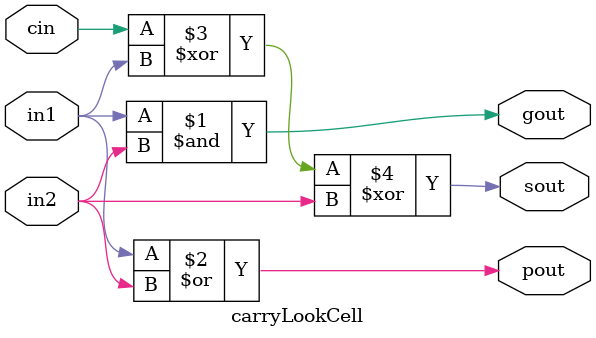
<source format=v>
module alu(data_operandA, data_operandB, ctrl_ALUopcode, ctrl_shiftamt, data_result, isNotEqual, isLessThan, overflow);

   input [31:0] data_operandA, data_operandB;
   input [4:0] ctrl_ALUopcode, ctrl_shiftamt;

   output [31:0] data_result;
   output isNotEqual, isLessThan, overflow;
 
	
   // YOUR CODE HERE //
	wire [31:0] dataBWire, sum, andresult, orresult, sllresult, sraresult;
	//cin for subtract also op00001
	wire cin, op00000, op00010, op00011, op00100, op00101, tempover, subandsame;
	and and0(op00000,~ctrl_ALUopcode[0],~ctrl_ALUopcode[1],~ctrl_ALUopcode[2],~ctrl_ALUopcode[3],~ctrl_ALUopcode[4]); 
	and and1(cin,ctrl_ALUopcode[0],~ctrl_ALUopcode[1],~ctrl_ALUopcode[2],~ctrl_ALUopcode[3],~ctrl_ALUopcode[4]);
	and and2(op00010,~ctrl_ALUopcode[0],ctrl_ALUopcode[1],~ctrl_ALUopcode[2],~ctrl_ALUopcode[3],~ctrl_ALUopcode[4]);
	and and3(op00011,ctrl_ALUopcode[0],ctrl_ALUopcode[1],~ctrl_ALUopcode[2],~ctrl_ALUopcode[3],~ctrl_ALUopcode[4]);
	and and4(op00100,~ctrl_ALUopcode[0],~ctrl_ALUopcode[1],ctrl_ALUopcode[2],~ctrl_ALUopcode[3],~ctrl_ALUopcode[4]);
	and and5(op00101,ctrl_ALUopcode[0],~ctrl_ALUopcode[1],ctrl_ALUopcode[2],~ctrl_ALUopcode[3],~ctrl_ALUopcode[4]);
	assign dataBWire = cin ? ~data_operandB: data_operandB;
	
	partialcarryLookAdder myadder(data_operandA, dataBWire, cin, sum, tempover);
	or or0(isNotEqual, sum[0], sum[1], sum[2], sum[3], sum[4], sum[5], sum[6], sum[7], sum[8], sum[9], sum[10], sum[11], sum[12], sum[13], sum[14], sum[15], sum[16], sum[17], sum[18], sum[19], sum[20], sum[21], sum[22], sum[23], sum[24], sum[25], sum[26], sum[27], sum[28], sum[29], sum[30], sum[31]);
	and and8(subandsame, cin, ~isNotEqual);
	//assign sum = subandsame ? 32'b0 : tempsum;
	
	wire temp, bothpos, bothposnegflag;
   and and9(bothpos, ~data_operandA[31], ~data_operandA[31]);
	and and7(bothposnegflag, bothpos, sum[31]);

	
	//assign isLessThan = sum[31];
	//or or6(isLessThan, sum[31], ~subandsame);
	wire temp111;
	and and112(temp111, overflow, ~sum[31]);
	or or111(isLessThan, sum[31], temp111);
	wire cinnew;
	assign cinnew = subandsame ? 1'b0 : cin;
	
	bitAnd bitwiseAnd(andresult, data_operandA, data_operandB);
	
	bitOr bitwiseOr(orresult, data_operandA, data_operandB);
	
	sll sll1(sllresult, data_operandA, ctrl_shiftamt);
	
	sra sra1(sraresult, data_operandA, ctrl_shiftamt);
	
	wire temptempover;
	or or1(temptempover, bothposnegflag, tempover);
	and and10(overflow, temptempover, 	~subandsame);
	
	assign data_result = subandsame ? 32'b0: (op00000? sum: (cinnew?sum: (op00010? andresult: (op00011? orresult: (op00100? sllresult: (op00101? sraresult: sraresult))))));
endmodule


module sra(out, in, amt);
	input [31:0] in;
	input [4:0] amt;
	output [31:0] out;
	
	wire sigbit;
	assign sigbit = in[31];
	
	//muxcolrow only 31 bits, most significant bit in arithmetic shift is equal
	wire from0[31:0], from1[31:0], from2[31:0], from3[31:0];
	
	//col0
	mux2to1 mux00(from0[0], in[0], in[1], amt[0]);
	mux2to1 mux01(from0[1], in[1], in[2], amt[0]);
	mux2to1 mux02(from0[2], in[2], in[3], amt[0]);
	mux2to1 mux03(from0[3], in[3], in[4], amt[0]);
	mux2to1 mux04(from0[4], in[4], in[5], amt[0]);
	mux2to1 mux05(from0[5], in[5], in[6], amt[0]);
	mux2to1 mux06(from0[6], in[6], in[7], amt[0]);
	mux2to1 mux07(from0[7], in[7], in[8], amt[0]);
	mux2to1 mux08(from0[8], in[8], in[9], amt[0]);
	mux2to1 mux09(from0[9], in[9], in[10], amt[0]);
	mux2to1 mux010(from0[10], in[10], in[11], amt[0]);
	mux2to1 mux011(from0[11], in[11], in[12], amt[0]);
	mux2to1 mux012(from0[12], in[12], in[13], amt[0]);
	mux2to1 mux013(from0[13], in[13], in[14], amt[0]);
	mux2to1 mux014(from0[14], in[14], in[15], amt[0]);
	mux2to1 mux015(from0[15], in[15], in[16], amt[0]);
	mux2to1 mux016(from0[16], in[16], in[17], amt[0]);
	mux2to1 mux017(from0[17], in[17], in[18], amt[0]);
	mux2to1 mux018(from0[18], in[18], in[19], amt[0]);
	mux2to1 mux019(from0[19], in[19], in[20], amt[0]);
	mux2to1 mux020(from0[20], in[20], in[21], amt[0]);
	mux2to1 mux021(from0[21], in[21], in[22], amt[0]);
	mux2to1 mux022(from0[22], in[22], in[23], amt[0]);
	mux2to1 mux023(from0[23], in[23], in[24], amt[0]);
	mux2to1 mux024(from0[24], in[24], in[25], amt[0]);
	mux2to1 mux025(from0[25], in[25], in[26], amt[0]);
	mux2to1 mux026(from0[26], in[26], in[27], amt[0]);
	mux2to1 mux027(from0[27], in[27], in[28], amt[0]);
	mux2to1 mux028(from0[28], in[28], in[29], amt[0]);
	mux2to1 mux029(from0[29], in[29], in[30], amt[0]);
	mux2to1 mux030(from0[30], in[30], in[31], amt[0]);
	mux2to1 mux031(from0[31], in[31], sigbit, amt[0]);
		
	//col1
	mux2to1 mux10(from1[0], from0[0], from0[2], amt[1]);
	mux2to1 mux11(from1[1], from0[1], from0[3], amt[1]);
	mux2to1 mux12(from1[2], from0[2], from0[4], amt[1]);
	mux2to1 mux13(from1[3], from0[3], from0[5], amt[1]);
	mux2to1 mux14(from1[4], from0[4], from0[6], amt[1]);
	mux2to1 mux15(from1[5], from0[5], from0[7], amt[1]);
	mux2to1 mux16(from1[6], from0[6], from0[8], amt[1]);
	mux2to1 mux17(from1[7], from0[7], from0[9], amt[1]);
	mux2to1 mux18(from1[8], from0[8], from0[10], amt[1]);
	mux2to1 mux19(from1[9], from0[9], from0[11], amt[1]);
	mux2to1 mux110(from1[10], from0[10], from0[12], amt[1]);
	mux2to1 mux111(from1[11], from0[11], from0[13], amt[1]);
	mux2to1 mux112(from1[12], from0[12], from0[14], amt[1]);
	mux2to1 mux113(from1[13], from0[13], from0[15], amt[1]);
	mux2to1 mux114(from1[14], from0[14], from0[16], amt[1]);
	mux2to1 mux115(from1[15], from0[15], from0[17], amt[1]);
	mux2to1 mux116(from1[16], from0[16], from0[18], amt[1]);
	mux2to1 mux117(from1[17], from0[17], from0[19], amt[1]);
	mux2to1 mux118(from1[18], from0[18], from0[20], amt[1]);
	mux2to1 mux119(from1[19], from0[19], from0[21], amt[1]);
	mux2to1 mux120(from1[20], from0[20], from0[22], amt[1]);
	mux2to1 mux121(from1[21], from0[21], from0[23], amt[1]);
	mux2to1 mux122(from1[22], from0[22], from0[24], amt[1]);
	mux2to1 mux123(from1[23], from0[23], from0[25], amt[1]);
	mux2to1 mux124(from1[24], from0[24], from0[26], amt[1]);
	mux2to1 mux125(from1[25], from0[25], from0[27], amt[1]);
	mux2to1 mux126(from1[26], from0[26], from0[28], amt[1]);
	mux2to1 mux127(from1[27], from0[27], from0[29], amt[1]);
	mux2to1 mux128(from1[28], from0[28], from0[30], amt[1]);
	mux2to1 mux129(from1[29], from0[29], from0[31], amt[1]);
	mux2to1 mux130(from1[30], from0[30], sigbit, amt[1]);
	mux2to1 mux131(from1[31], from0[31], sigbit, amt[1]);
	
	//col2
	mux2to1 mux20(from2[0], from1[0], from1[4], amt[2]);
	mux2to1 mux21(from2[1], from1[1], from1[5], amt[2]);
	mux2to1 mux22(from2[2], from1[2], from1[6], amt[2]);
	mux2to1 mux23(from2[3], from1[3], from1[7], amt[2]);
	mux2to1 mux24(from2[4], from1[4], from1[8], amt[2]);
	mux2to1 mux25(from2[5], from1[5], from1[9], amt[2]);
	mux2to1 mux26(from2[6], from1[6], from1[10], amt[2]);
	mux2to1 mux27(from2[7], from1[7], from1[11], amt[2]);
	mux2to1 mux28(from2[8], from1[8], from1[12], amt[2]);
	mux2to1 mux29(from2[9], from1[9], from1[13], amt[2]);
	mux2to1 mux210(from2[10], from1[10], from1[14], amt[2]);
	mux2to1 mux211(from2[11], from1[11], from1[15], amt[2]);
	mux2to1 mux212(from2[12], from1[12], from1[16], amt[2]);
	mux2to1 mux213(from2[13], from1[13], from1[17], amt[2]);
	mux2to1 mux214(from2[14], from1[14], from1[18], amt[2]);
	mux2to1 mux215(from2[15], from1[15], from1[19], amt[2]);
	mux2to1 mux216(from2[16], from1[16], from1[20], amt[2]);
	mux2to1 mux217(from2[17], from1[17], from1[21], amt[2]);
	mux2to1 mux218(from2[18], from1[18], from1[22], amt[2]);
	mux2to1 mux219(from2[19], from1[19], from1[23], amt[2]);
	mux2to1 mux220(from2[20], from1[20], from1[24], amt[2]);
	mux2to1 mux221(from2[21], from1[21], from1[25], amt[2]);
	mux2to1 mux222(from2[22], from1[22], from1[26], amt[2]);
	mux2to1 mux223(from2[23], from1[23], from1[27], amt[2]);
	mux2to1 mux224(from2[24], from1[24], from1[28], amt[2]);
	mux2to1 mux225(from2[25], from1[25], from1[29], amt[2]);
	mux2to1 mux226(from2[26], from1[26], from1[30], amt[2]);
	mux2to1 mux227(from2[27], from1[27], from1[31], amt[2]);
	mux2to1 mux228(from2[28], from1[28], sigbit, amt[2]);
	mux2to1 mux229(from2[29], from1[29], sigbit, amt[2]);
	mux2to1 mux230(from2[30], from1[30], sigbit, amt[2]);
	mux2to1 mux231(from2[31], from1[31], sigbit, amt[2]);
	
	//col3
	mux2to1 mux30(from3[0], from2[0], from2[8], amt[3]);
	mux2to1 mux31(from3[1], from2[1], from2[9], amt[3]);
	mux2to1 mux32(from3[2], from2[2], from2[10], amt[3]);
	mux2to1 mux33(from3[3], from2[3], from2[11], amt[3]);
	mux2to1 mux34(from3[4], from2[4], from2[12], amt[3]);
	mux2to1 mux35(from3[5], from2[5], from2[13], amt[3]);
	mux2to1 mux36(from3[6], from2[6], from2[14], amt[3]);
	mux2to1 mux37(from3[7], from2[7], from2[15], amt[3]);
	mux2to1 mux38(from3[8], from2[8], from2[16], amt[3]);
	mux2to1 mux39(from3[9], from2[9], from2[17], amt[3]);
	mux2to1 mux310(from3[10], from2[10], from2[18], amt[3]);
	mux2to1 mux311(from3[11], from2[11], from2[19], amt[3]);
	mux2to1 mux312(from3[12], from2[12], from2[20], amt[3]);
	mux2to1 mux313(from3[13], from2[13], from2[21], amt[3]);
	mux2to1 mux314(from3[14], from2[14], from2[22], amt[3]);
	mux2to1 mux315(from3[15], from2[15], from2[23], amt[3]);
	mux2to1 mux316(from3[16], from2[16], from2[24], amt[3]);
	mux2to1 mux317(from3[17], from2[17], from2[25], amt[3]);
	mux2to1 mux318(from3[18], from2[18], from2[26], amt[3]);
	mux2to1 mux319(from3[19], from2[19], from2[27], amt[3]);
	mux2to1 mux320(from3[20], from2[20], from2[28], amt[3]);
	mux2to1 mux321(from3[21], from2[21], from2[29], amt[3]);
	mux2to1 mux322(from3[22], from2[22], from2[30], amt[3]);
	mux2to1 mux323(from3[23], from2[23], from2[31], amt[3]);
	mux2to1 mux324(from3[24], from2[24], sigbit, amt[3]);
	mux2to1 mux325(from3[25], from2[25], sigbit, amt[3]);
	mux2to1 mux326(from3[26], from2[26], sigbit, amt[3]);
	mux2to1 mux327(from3[27], from2[27], sigbit, amt[3]);
	mux2to1 mux328(from3[28], from2[28], sigbit, amt[3]);
	mux2to1 mux329(from3[29], from2[29], sigbit, amt[3]);
	mux2to1 mux330(from3[30], from2[30], sigbit, amt[3]);
	mux2to1 mux331(from3[31], from2[31], sigbit, amt[3]);
	
	//col4
	mux2to1 mux40(out[0], from3[0], from3[16], amt[4]);
	mux2to1 mux41(out[1], from3[1], from3[17], amt[4]);
	mux2to1 mux42(out[2], from3[2], from3[18], amt[4]);
	mux2to1 mux43(out[3], from3[3], from3[19], amt[4]);
	mux2to1 mux44(out[4], from3[4], from3[20], amt[4]);
	mux2to1 mux45(out[5], from3[5], from3[21], amt[4]);
	mux2to1 mux46(out[6], from3[6], from3[22], amt[4]);
	mux2to1 mux47(out[7], from3[7], from3[23], amt[4]);
	mux2to1 mux48(out[8], from3[8], from3[24], amt[4]);
	mux2to1 mux49(out[9], from3[9], from3[25], amt[4]);
	mux2to1 mux410(out[10], from3[10], from3[26], amt[4]);
	mux2to1 mux411(out[11], from3[11], from3[27], amt[4]);
	mux2to1 mux412(out[12], from3[12], from3[28], amt[4]);
	mux2to1 mux413(out[13], from3[13], from3[29], amt[4]);
	mux2to1 mux414(out[14], from3[14], from3[30], amt[4]);
	mux2to1 mux415(out[15], from3[15], from3[31], amt[4]);
	mux2to1 mux416(out[16], from3[16], sigbit, amt[4]);
	mux2to1 mux417(out[17], from3[17], sigbit, amt[4]);
	mux2to1 mux418(out[18], from3[18], sigbit, amt[4]);
	mux2to1 mux419(out[19], from3[19], sigbit, amt[4]);
	mux2to1 mux420(out[20], from3[20], sigbit, amt[4]);
	mux2to1 mux421(out[21], from3[21], sigbit, amt[4]);
	mux2to1 mux422(out[22], from3[22], sigbit, amt[4]);
	mux2to1 mux423(out[23], from3[23], sigbit, amt[4]);
	mux2to1 mux424(out[24], from3[24], sigbit, amt[4]);
	mux2to1 mux425(out[25], from3[25], sigbit, amt[4]);
	mux2to1 mux426(out[26], from3[26], sigbit, amt[4]);
	mux2to1 mux427(out[27], from3[27], sigbit, amt[4]);
	mux2to1 mux428(out[28], from3[28], sigbit, amt[4]);
	mux2to1 mux429(out[29], from3[29], sigbit, amt[4]);
	mux2to1 mux430(out[30], from3[30], sigbit, amt[4]);
	mux2to1 mux431(out[31], from3[31], sigbit, amt[4]);
endmodule

module sll(out, in, amt);
	input[31:0] in;
	input[4:0] amt;
	output[31:0] out;
	
	wire zero;
	assign zero = 0;
	
	//muxcolrow
	wire from0[31:0], from1[31:0], from2[31:0], from3[31:0];
	
	//col0
	mux2to1 mux00(from0[0], in[0], zero, amt[0]);
	mux2to1 mux01(from0[1], in[1], in[0], amt[0]);
	mux2to1 mux02(from0[2], in[2], in[1], amt[0]);
	mux2to1 mux03(from0[3], in[3], in[2], amt[0]);
	mux2to1 mux04(from0[4], in[4], in[3], amt[0]);
	mux2to1 mux05(from0[5], in[5], in[4], amt[0]);
	mux2to1 mux06(from0[6], in[6], in[5], amt[0]);
	mux2to1 mux07(from0[7], in[7], in[6], amt[0]);
	mux2to1 mux08(from0[8], in[8], in[7], amt[0]);
	mux2to1 mux09(from0[9], in[9], in[8], amt[0]);
	mux2to1 mux010(from0[10], in[10], in[9], amt[0]);
	mux2to1 mux011(from0[11], in[11], in[10], amt[0]);
	mux2to1 mux012(from0[12], in[12], in[11], amt[0]);
	mux2to1 mux013(from0[13], in[13], in[12], amt[0]);
	mux2to1 mux014(from0[14], in[14], in[13], amt[0]);
	mux2to1 mux015(from0[15], in[15], in[14], amt[0]);
	mux2to1 mux016(from0[16], in[16], in[15], amt[0]);
	mux2to1 mux017(from0[17], in[17], in[16], amt[0]);
	mux2to1 mux018(from0[18], in[18], in[17], amt[0]);
	mux2to1 mux019(from0[19], in[19], in[18], amt[0]);
	mux2to1 mux020(from0[20], in[20], in[19], amt[0]);
	mux2to1 mux021(from0[21], in[21], in[20], amt[0]);
	mux2to1 mux022(from0[22], in[22], in[21], amt[0]);
	mux2to1 mux023(from0[23], in[23], in[22], amt[0]);
	mux2to1 mux024(from0[24], in[24], in[23], amt[0]);
	mux2to1 mux025(from0[25], in[25], in[24], amt[0]);
	mux2to1 mux026(from0[26], in[26], in[25], amt[0]);
	mux2to1 mux027(from0[27], in[27], in[26], amt[0]);
	mux2to1 mux028(from0[28], in[28], in[27], amt[0]);
	mux2to1 mux029(from0[29], in[29], in[28], amt[0]);
	mux2to1 mux030(from0[30], in[30], in[29], amt[0]);
	mux2to1 mux031(from0[31], in[31], in[30], amt[0]);
	
	//col1
	mux2to1 mux10(from1[0], from0[0], zero, amt[1]);
	mux2to1 mux11(from1[1], from0[1], zero, amt[1]);
	mux2to1 mux12(from1[2], from0[2], from0[0], amt[1]);
	mux2to1 mux13(from1[3], from0[3], from0[1], amt[1]);
	mux2to1 mux14(from1[4], from0[4], from0[2], amt[1]);
	mux2to1 mux15(from1[5], from0[5], from0[3], amt[1]);
	mux2to1 mux16(from1[6], from0[6], from0[4], amt[1]);
	mux2to1 mux17(from1[7], from0[7], from0[5], amt[1]);
	mux2to1 mux18(from1[8], from0[8], from0[6], amt[1]);
	mux2to1 mux19(from1[9], from0[9], from0[7], amt[1]);
	mux2to1 mux110(from1[10], from0[10], from0[8], amt[1]);
	mux2to1 mux111(from1[11], from0[11], from0[9], amt[1]);
	mux2to1 mux112(from1[12], from0[12], from0[10], amt[1]);
	mux2to1 mux113(from1[13], from0[13], from0[11], amt[1]);
	mux2to1 mux114(from1[14], from0[14], from0[12], amt[1]);
	mux2to1 mux115(from1[15], from0[15], from0[13], amt[1]);
	mux2to1 mux116(from1[16], from0[16], from0[14], amt[1]);
	mux2to1 mux117(from1[17], from0[17], from0[15], amt[1]);
	mux2to1 mux118(from1[18], from0[18], from0[16], amt[1]);
	mux2to1 mux119(from1[19], from0[19], from0[17], amt[1]);
	mux2to1 mux120(from1[20], from0[20], from0[18], amt[1]);
	mux2to1 mux121(from1[21], from0[21], from0[19], amt[1]);
	mux2to1 mux122(from1[22], from0[22], from0[20], amt[1]);
	mux2to1 mux123(from1[23], from0[23], from0[21], amt[1]);
	mux2to1 mux124(from1[24], from0[24], from0[22], amt[1]);
	mux2to1 mux125(from1[25], from0[25], from0[23], amt[1]);
	mux2to1 mux126(from1[26], from0[26], from0[24], amt[1]);
	mux2to1 mux127(from1[27], from0[27], from0[25], amt[1]);
	mux2to1 mux128(from1[28], from0[28], from0[26], amt[1]);
	mux2to1 mux129(from1[29], from0[29], from0[27], amt[1]);
	mux2to1 mux130(from1[30], from0[30], from0[28], amt[1]);
	mux2to1 mux131(from1[31], from0[31], from0[29], amt[1]);
	
	//col2
	mux2to1 mux20(from2[0], from1[0], zero, amt[2]);
	mux2to1 mux21(from2[1], from1[1], zero, amt[2]);
	mux2to1 mux22(from2[2], from1[2], zero, amt[2]);
	mux2to1 mux23(from2[3], from1[3], zero, amt[2]);
	mux2to1 mux24(from2[4], from1[4], from1[0], amt[2]);
	mux2to1 mux25(from2[5], from1[5], from1[1], amt[2]);
	mux2to1 mux26(from2[6], from1[6], from1[2], amt[2]);
	mux2to1 mux27(from2[7], from1[7], from1[3], amt[2]);
	mux2to1 mux28(from2[8], from1[8], from1[4], amt[2]);
	mux2to1 mux29(from2[9], from1[9], from1[5], amt[2]);
	mux2to1 mux210(from2[10], from1[10], from1[6], amt[2]);
	mux2to1 mux211(from2[11], from1[11], from1[7], amt[2]);
	mux2to1 mux212(from2[12], from1[12], from1[8], amt[2]);
	mux2to1 mux213(from2[13], from1[13], from1[9], amt[2]);
	mux2to1 mux214(from2[14], from1[14], from1[10], amt[2]);
	mux2to1 mux215(from2[15], from1[15], from1[11], amt[2]);
	mux2to1 mux216(from2[16], from1[16], from1[12], amt[2]);
	mux2to1 mux217(from2[17], from1[17], from1[13], amt[2]);
	mux2to1 mux218(from2[18], from1[18], from1[14], amt[2]);
	mux2to1 mux219(from2[19], from1[19], from1[15], amt[2]);
	mux2to1 mux220(from2[20], from1[20], from1[16], amt[2]);
	mux2to1 mux221(from2[21], from1[21], from1[17], amt[2]);
	mux2to1 mux222(from2[22], from1[22], from1[18], amt[2]);
	mux2to1 mux223(from2[23], from1[23], from1[19], amt[2]);
	mux2to1 mux224(from2[24], from1[24], from1[20], amt[2]);
	mux2to1 mux225(from2[25], from1[25], from1[21], amt[2]);
	mux2to1 mux226(from2[26], from1[26], from1[22], amt[2]);
	mux2to1 mux227(from2[27], from1[27], from1[23], amt[2]);
	mux2to1 mux228(from2[28], from1[28], from1[24], amt[2]);
	mux2to1 mux229(from2[29], from1[29], from1[25], amt[2]);
	mux2to1 mux230(from2[30], from1[30], from1[26], amt[2]);
	mux2to1 mux231(from2[31], from1[31], from1[27], amt[2]);
	
	//col3
	mux2to1 mux30(from3[0], from2[0], zero, amt[3]);
	mux2to1 mux31(from3[1], from2[1], zero, amt[3]);
	mux2to1 mux32(from3[2], from2[2], zero, amt[3]);
	mux2to1 mux33(from3[3], from2[3], zero, amt[3]);
	mux2to1 mux34(from3[4], from2[4], zero, amt[3]);
	mux2to1 mux35(from3[5], from2[5], zero, amt[3]);
	mux2to1 mux36(from3[6], from2[6], zero, amt[3]);
	mux2to1 mux37(from3[7], from2[7], zero, amt[3]);
	mux2to1 mux38(from3[8], from2[8], from2[0], amt[3]);
	mux2to1 mux39(from3[9], from2[9], from2[1], amt[3]);
	mux2to1 mux310(from3[10], from2[10], from2[2], amt[3]);
	mux2to1 mux311(from3[11], from2[11], from2[3], amt[3]);
	mux2to1 mux312(from3[12], from2[12], from2[4], amt[3]);
	mux2to1 mux313(from3[13], from2[13], from2[5], amt[3]);
	mux2to1 mux314(from3[14], from2[14], from2[6], amt[3]);
	mux2to1 mux315(from3[15], from2[15], from2[7], amt[3]);
	mux2to1 mux316(from3[16], from2[16], from2[8], amt[3]);
	mux2to1 mux317(from3[17], from2[17], from2[9], amt[3]);
	mux2to1 mux318(from3[18], from2[18], from2[10], amt[3]);
	mux2to1 mux319(from3[19], from2[19], from2[11], amt[3]);
	mux2to1 mux320(from3[20], from2[20], from2[12], amt[3]);
	mux2to1 mux321(from3[21], from2[21], from2[13], amt[3]);
	mux2to1 mux322(from3[22], from2[22], from2[14], amt[3]);
	mux2to1 mux323(from3[23], from2[23], from2[15], amt[3]);
	mux2to1 mux324(from3[24], from2[24], from2[16], amt[3]);
	mux2to1 mux325(from3[25], from2[25], from2[17], amt[3]);
	mux2to1 mux326(from3[26], from2[26], from2[18], amt[3]);
	mux2to1 mux327(from3[27], from2[27], from2[19], amt[3]);
	mux2to1 mux328(from3[28], from2[28], from2[20], amt[3]);
	mux2to1 mux329(from3[29], from2[29], from2[21], amt[3]);
	mux2to1 mux330(from3[30], from2[30], from2[22], amt[3]);
	mux2to1 mux331(from3[31], from2[31], from2[23], amt[3]);
	
	//col4
	mux2to1 mux40(out[0], from3[0], zero, amt[4]);
	mux2to1 mux41(out[1], from3[1], zero, amt[4]);
	mux2to1 mux42(out[2], from3[2], zero, amt[4]);
	mux2to1 mux43(out[3], from3[3], zero, amt[4]);
	mux2to1 mux44(out[4], from3[4], zero, amt[4]);
	mux2to1 mux45(out[5], from3[5], zero, amt[4]);
	mux2to1 mux46(out[6], from3[6], zero, amt[4]);
	mux2to1 mux47(out[7], from3[7], zero, amt[4]);
	mux2to1 mux48(out[8], from3[8], zero, amt[4]);
	mux2to1 mux49(out[9], from3[9], zero, amt[4]);
	mux2to1 mux410(out[10], from3[10], zero, amt[4]);
	mux2to1 mux411(out[11], from3[11], zero, amt[4]);
	mux2to1 mux412(out[12], from3[12], zero, amt[4]);
	mux2to1 mux413(out[13], from3[13], zero, amt[4]);
	mux2to1 mux414(out[14], from3[14], zero, amt[4]);
	mux2to1 mux415(out[15], from3[15], zero, amt[4]);
	mux2to1 mux416(out[16], from3[16], from3[0], amt[4]);
	mux2to1 mux417(out[17], from3[17], from3[1], amt[4]);
	mux2to1 mux418(out[18], from3[18], from3[2], amt[4]);
	mux2to1 mux419(out[19], from3[19], from3[3], amt[4]);
	mux2to1 mux420(out[20], from3[20], from3[4], amt[4]);
	mux2to1 mux421(out[21], from3[21], from3[5], amt[4]);
	mux2to1 mux422(out[22], from3[22], from3[6], amt[4]);
	mux2to1 mux423(out[23], from3[23], from3[7], amt[4]);
	mux2to1 mux424(out[24], from3[24], from3[8], amt[4]);
	mux2to1 mux425(out[25], from3[25], from3[9], amt[4]);
	mux2to1 mux426(out[26], from3[26], from3[10], amt[4]);
	mux2to1 mux427(out[27], from3[27], from3[11], amt[4]);
	mux2to1 mux428(out[28], from3[28], from3[12], amt[4]);
	mux2to1 mux429(out[29], from3[29], from3[13], amt[4]);
	mux2to1 mux430(out[30], from3[30], from3[14], amt[4]);
	mux2to1 mux431(out[31], from3[31], from3[15], amt[4]);
	
endmodule

module mux2to1(out, in1, in2, sel);
	input in1, in2, sel;
	output out;
	
	assign out = sel? in2: in1;
endmodule

module bitOr(out, in1, in2);
	input[31:0] in1, in2;
	output[31:0] out;
	
	or or0(out[0], in1[0], in2[0]);
	or or1(out[1], in1[1], in2[1]);
	or or2(out[2], in1[2], in2[2]);
	or or3(out[3], in1[3], in2[3]);
	or or4(out[4], in1[4], in2[4]);
	or or5(out[5], in1[5], in2[5]);
	or or6(out[6], in1[6], in2[6]);
	or or7(out[7], in1[7], in2[7]);
	or or8(out[8], in1[8], in2[8]);
	or or9(out[9], in1[9], in2[9]);
	or or10(out[10], in1[10], in2[10]);
	or or11(out[11], in1[11], in2[11]);
	or or12(out[12], in1[12], in2[12]);
	or or13(out[13], in1[13], in2[13]);
	or or14(out[14], in1[14], in2[14]);
	or or15(out[15], in1[15], in2[15]);
	or or16(out[16], in1[16], in2[16]);
	or or17(out[17], in1[17], in2[17]);
	or or18(out[18], in1[18], in2[18]);
	or or19(out[19], in1[19], in2[19]);
	or or20(out[20], in1[20], in2[20]);
	or or21(out[21], in1[21], in2[21]);
	or or22(out[22], in1[22], in2[22]);
	or or23(out[23], in1[23], in2[23]);
	or or24(out[24], in1[24], in2[24]);
	or or25(out[25], in1[25], in2[25]);
	or or26(out[26], in1[26], in2[26]);
	or or27(out[27], in1[27], in2[27]);
	or or28(out[28], in1[28], in2[28]);
	or or29(out[29], in1[29], in2[29]);
	or or30(out[30], in1[30], in2[30]);
	or or31(out[31], in1[31], in2[31]);
endmodule

module bitAnd(out, in1, in2);
	input[31:0] in1, in2;
	output[31:0] out;
	
	and and0(out[0], in1[0], in2[0]);
	and and1(out[1], in1[1], in2[1]);
	and and2(out[2], in1[2], in2[2]);
	and and3(out[3], in1[3], in2[3]);
	and and4(out[4], in1[4], in2[4]);
	and and5(out[5], in1[5], in2[5]);
	and and6(out[6], in1[6], in2[6]);
	and and7(out[7], in1[7], in2[7]);
	and and8(out[8], in1[8], in2[8]);
	and and9(out[9], in1[9], in2[9]);
	and and10(out[10], in1[10], in2[10]);
	and and11(out[11], in1[11], in2[11]);
	and and12(out[12], in1[12], in2[12]);
	and and13(out[13], in1[13], in2[13]);
	and and14(out[14], in1[14], in2[14]);
	and and15(out[15], in1[15], in2[15]);
	and and16(out[16], in1[16], in2[16]);
	and and17(out[17], in1[17], in2[17]);
	and and18(out[18], in1[18], in2[18]);
	and and19(out[19], in1[19], in2[19]);
	and and20(out[20], in1[20], in2[20]);
	and and21(out[21], in1[21], in2[21]);
	and and22(out[22], in1[22], in2[22]);
	and and23(out[23], in1[23], in2[23]);
	and and24(out[24], in1[24], in2[24]);
	and and25(out[25], in1[25], in2[25]);
	and and26(out[26], in1[26], in2[26]);
	and and27(out[27], in1[27], in2[27]);
	and and28(out[28], in1[28], in2[28]);
	and and29(out[29], in1[29], in2[29]);
	and and30(out[30], in1[30], in2[30]);
	and and31(out[31], in1[31], in2[31]);
endmodule

module partialcarryLookAdder(in1, in2, cin, sum, cout);
    input [31:0] in1, in2;
    input cin;
    output [31:0] sum;
    output cout;
	 
	 wire c1, c2, c3, c4, c5, c6, c7;
	 
	 cla4 cla03(in1[3:0], in2[3:0], cin, sum[3:0], c1);
	 cla4 cla47(in1[7:4], in2[7:4], c1, sum[7:4], c2);
	 cla4 cla811(in1[11:8], in2[11:8], c2, sum[11:8], c3);
	 cla4 cla1215(in1[15:12], in2[15:12], c3, sum[15:12], c4);
	 cla4 cla1619(in1[19:16], in2[19:16], c4, sum[19:16], c5);
	 cla4 cla2023(in1[23:20], in2[23:20], c5, sum[23:20], c6);
	 cla4 cla2427(in1[27:24], in2[27:24], c6, sum[27:24], c7);
	 cla4 cla2831(in1[31:28], in2[31:28], c7, sum[31:28], cout);
	 
endmodule

module cla4(in1, in2, cin, sum, cout);

	input[3:0] in1, in2;
	input cin;
	output cout;
	output[3:0] sum;

	wire gminus1, g0, p0, g1, p1, g2, p2, g3, p3, c1, c2, c3;
	assign gminus1 = cin;

	carryLookCell myclc0(in1[0], in2[0], cin, g0, p0, sum[0]);
	
	wire temp1;
	and and1(temp1, gminus1, p0);
	or or1(c1, temp1, g0);
	
	carryLookCell myclc1(in1[1], in2[1], c1, g1, p1, sum[1]);
	
	wire temp2, temp3;
	and and2(temp2, gminus1, p0, p1);
	and and3(temp3, g0, p1);
	or or2(c2, temp2, temp3, g1);
	
	carryLookCell myclc2(in1[2], in2[2], c2, g2, p2, sum[2]);
	
	wire temp4, temp5, temp6;
	and and4(temp4, gminus1, p0, p1, p2);
	and and5(temp5, g0, p1, p2);
	and and6(temp6, g1, p2);
	or or3(c3, temp4, temp5, temp6, g2);
	
	carryLookCell myclc3(in1[3], in2[3], c3, g3, p3, sum[3]);
	
	wire temp7, temp8, temp9, temp10;
	and and7(temp7, gminus1, p0, p1, p2, p3);
	and and8(temp8, g0, p1, p2, p3);
	and and9(temp9, g1, p2, p3);
	and and10(temp10, g2, p3);
	or or4(cout, temp7, temp8, temp9, temp10, g3);

endmodule

module carryLookCell(in1, in2, cin, gout, pout, sout);
    input in1, in2, cin;
    output gout, pout, sout;
    
    wire temp;
    
    and myand(gout, in1, in2);
    or myor(pout, in1, in2);
	 xor myxor(sout, cin, in1, in2);
endmodule
</source>
